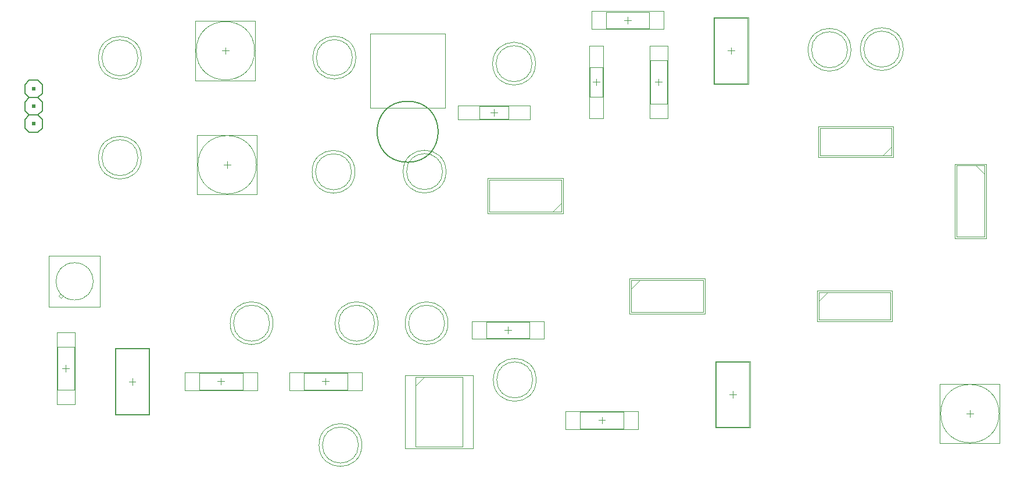
<source format=gm1>
G04*
G04 #@! TF.GenerationSoftware,Altium Limited,Altium Designer,21.2.2 (38)*
G04*
G04 Layer_Color=16711935*
%FSLAX25Y25*%
%MOIN*%
G70*
G04*
G04 #@! TF.SameCoordinates,821FD0D4-0334-4DB9-88A1-7179C856D29A*
G04*
G04*
G04 #@! TF.FilePolarity,Positive*
G04*
G01*
G75*
%ADD10C,0.00787*%
%ADD12C,0.00394*%
%ADD16C,0.00600*%
%ADD17C,0.00197*%
G36*
X217000Y405500D02*
X219000D01*
Y403500D01*
X217000D01*
Y405500D01*
D02*
G37*
G36*
Y415500D02*
X219000D01*
Y413500D01*
X217000D01*
Y415500D01*
D02*
G37*
G36*
Y425500D02*
X219000D01*
Y423500D01*
X217000D01*
Y425500D01*
D02*
G37*
D10*
X432500Y382453D02*
G03*
X432500Y417492I0J17520D01*
G01*
D02*
G03*
X432500Y382453I0J-17520D01*
G01*
D12*
X684835Y447063D02*
G03*
X684835Y447063I-10335J0D01*
G01*
X714835Y447437D02*
G03*
X714835Y447437I-10335J0D01*
G01*
X344732Y446500D02*
G03*
X344732Y446500I-16732J0D01*
G01*
X400335Y376937D02*
G03*
X400335Y376937I-10335J0D01*
G01*
X400835Y442563D02*
G03*
X400835Y442563I-10335J0D01*
G01*
X345732Y381000D02*
G03*
X345732Y381000I-16732J0D01*
G01*
X277835Y442437D02*
G03*
X277835Y442437I-10335J0D01*
G01*
Y385063D02*
G03*
X277835Y385063I-10335J0D01*
G01*
X241500Y324701D02*
G03*
X241500Y303299I0J-10701D01*
G01*
D02*
G03*
X241500Y324701I0J10701D01*
G01*
X353335Y289937D02*
G03*
X353335Y289937I-10335J0D01*
G01*
X453743D02*
G03*
X453743Y289937I-10335J0D01*
G01*
X452565Y377056D02*
G03*
X452565Y377056I-10335J0D01*
G01*
X504272Y257382D02*
G03*
X504272Y257382I-10335J0D01*
G01*
X771732Y238000D02*
G03*
X771732Y238000I-16732J0D01*
G01*
X413566Y289937D02*
G03*
X413566Y289937I-10335J0D01*
G01*
X404299Y219939D02*
G03*
X404299Y219939I-10335J0D01*
G01*
X503890Y439082D02*
G03*
X503890Y439082I-10335J0D01*
G01*
X515748Y353902D02*
X520748Y358902D01*
Y353902D02*
Y372406D01*
X479252D02*
X520748D01*
X479252Y353902D02*
Y372406D01*
Y353902D02*
X520748D01*
X628528Y230240D02*
Y267760D01*
X609512Y230240D02*
Y267760D01*
X628528D01*
X609512Y230240D02*
X628528D01*
X232445Y305732D02*
X233311Y306716D01*
X232445Y305732D02*
X233823Y304354D01*
X235201Y305732D01*
X265024Y275171D02*
X284040D01*
X265024Y237652D02*
X284040D01*
Y275171D01*
X265024Y237652D02*
Y275171D01*
X231776Y276402D02*
X241224D01*
Y251598D02*
Y276402D01*
X231776Y251598D02*
Y276402D01*
Y251598D02*
X241224D01*
X373098Y251776D02*
Y261224D01*
X397902D01*
X373098Y251776D02*
X397902D01*
Y261224D01*
X502402Y281276D02*
Y290724D01*
X477598Y281276D02*
X502402D01*
X477598Y290724D02*
X502402D01*
X477598Y281276D02*
Y290724D01*
X473634Y414642D02*
X490366D01*
X473634Y407358D02*
Y414642D01*
X490366Y407358D02*
Y414642D01*
X473634Y407358D02*
X490366D01*
X437069Y254075D02*
X442069Y259075D01*
X437069Y219075D02*
Y259075D01*
Y219075D02*
X464069D01*
Y259075D01*
X437069D02*
X464069D01*
X531488Y229435D02*
Y238884D01*
X556291D01*
X531488Y229435D02*
X556291D01*
Y238884D01*
X668508Y302807D02*
X673508Y307807D01*
X668508Y292020D02*
Y307807D01*
Y292020D02*
X709492D01*
Y307807D01*
X668508D02*
X709492D01*
X763307Y339508D02*
Y380492D01*
X747520Y339508D02*
X763307D01*
X747520D02*
Y380492D01*
X763307D01*
X758307D02*
X763307Y375492D01*
X560791Y309697D02*
X565791Y314697D01*
X560791Y296390D02*
Y314697D01*
Y296390D02*
X602209D01*
Y314697D01*
X560791D02*
X602209D01*
X313098Y251776D02*
Y261224D01*
X337902D01*
X313098Y251776D02*
X337902D01*
Y261224D01*
X571776Y416098D02*
X581224D01*
X571776D02*
Y440902D01*
X581224Y416098D02*
Y440902D01*
X571776D02*
X581224D01*
X571064Y459333D02*
Y468782D01*
X546260Y459333D02*
X571064D01*
X546260Y468782D02*
X571064D01*
X546260Y459333D02*
Y468782D01*
X537169Y420134D02*
Y436866D01*
Y420134D02*
X544452D01*
X537169Y436866D02*
X544452D01*
Y420134D02*
Y436866D01*
X608512Y427740D02*
X627528D01*
X608512Y465260D02*
X627528D01*
X608512Y427740D02*
Y465260D01*
X627528Y427740D02*
Y465260D01*
X704992Y386193D02*
X709992Y391193D01*
Y386193D02*
Y401980D01*
X669008D02*
X709992D01*
X669008Y386193D02*
Y401980D01*
Y386193D02*
X709992D01*
X619000Y247031D02*
Y250969D01*
X617031Y249000D02*
X620968D01*
X326031Y446500D02*
X329969D01*
X328000Y444531D02*
Y448468D01*
X329000Y379031D02*
Y382968D01*
X327031Y381000D02*
X330968D01*
X226862Y299362D02*
X256138D01*
X226862D02*
Y328638D01*
X256138D01*
Y299362D02*
Y328638D01*
X272583Y256412D02*
X276520D01*
X274551Y254443D02*
Y258380D01*
X236500Y262032D02*
Y265968D01*
X234531Y264000D02*
X238469D01*
X383531Y256500D02*
X387469D01*
X385500Y254532D02*
Y258469D01*
X488031Y286000D02*
X491968D01*
X490000Y284032D02*
Y287968D01*
X482000Y409031D02*
Y412968D01*
X480031Y411000D02*
X483968D01*
X541921Y234159D02*
X545857D01*
X543889Y232191D02*
Y236128D01*
X753031Y238000D02*
X756968D01*
X755000Y236032D02*
Y239968D01*
X323532Y256500D02*
X327468D01*
X325500Y254532D02*
Y258469D01*
X576500Y426532D02*
Y430469D01*
X574532Y428500D02*
X578469D01*
X556694Y464058D02*
X560631D01*
X558662Y462089D02*
Y466026D01*
X538842Y428500D02*
X542779D01*
X540811Y426532D02*
Y430469D01*
X616032Y446500D02*
X619969D01*
X618000Y444531D02*
Y448468D01*
X453957Y413555D02*
Y456468D01*
X411043D02*
X453957D01*
X411043Y413555D02*
Y456468D01*
Y413555D02*
X453957D01*
D16*
X223000Y422000D02*
Y427000D01*
X220500Y419500D02*
X223000Y422000D01*
X215500Y419500D02*
X220500D01*
X213000Y422000D02*
X215500Y419500D01*
X220500D02*
X223000Y417000D01*
Y412000D02*
Y417000D01*
X220500Y409500D02*
X223000Y412000D01*
X215500Y409500D02*
X220500D01*
X213000Y412000D02*
X215500Y409500D01*
X213000Y412000D02*
Y417000D01*
X215500Y419500D01*
Y429500D02*
X220500D01*
X223000Y427000D01*
X213000D02*
X215500Y429500D01*
X213000Y422000D02*
Y427000D01*
X220500Y409500D02*
X223000Y407000D01*
Y402000D02*
Y407000D01*
X220500Y399500D02*
X223000Y402000D01*
X215500Y399500D02*
X220500D01*
X213000Y402000D02*
X215500Y399500D01*
X213000Y402000D02*
Y407000D01*
X215500Y409500D01*
D17*
X686803Y447063D02*
G03*
X686803Y447063I-12303J0D01*
G01*
X716803Y447437D02*
G03*
X716803Y447437I-12303J0D01*
G01*
X402303Y376937D02*
G03*
X402303Y376937I-12303J0D01*
G01*
X402803Y442563D02*
G03*
X402803Y442563I-12303J0D01*
G01*
X279803Y442437D02*
G03*
X279803Y442437I-12303J0D01*
G01*
Y385063D02*
G03*
X279803Y385063I-12303J0D01*
G01*
X355303Y289937D02*
G03*
X355303Y289937I-12303J0D01*
G01*
X455711D02*
G03*
X455711Y289937I-12303J0D01*
G01*
X454533Y377056D02*
G03*
X454533Y377056I-12303J0D01*
G01*
X506240Y257382D02*
G03*
X506240Y257382I-12303J0D01*
G01*
X415535Y289937D02*
G03*
X415535Y289937I-12303J0D01*
G01*
X406268Y219939D02*
G03*
X406268Y219939I-12303J0D01*
G01*
X505858Y439082D02*
G03*
X505858Y439082I-12303J0D01*
G01*
X521732Y352917D02*
Y373390D01*
X478268D02*
X521732D01*
X478268Y352917D02*
Y373390D01*
Y352917D02*
X521732D01*
X628921Y229847D02*
Y268154D01*
X609118Y229847D02*
X628921D01*
X609118D02*
Y268154D01*
X628921D01*
X310874Y463626D02*
X345126D01*
X310874Y429374D02*
Y463626D01*
Y429374D02*
X345126D01*
Y463626D01*
X346126Y363874D02*
Y398126D01*
X311874Y363874D02*
X346126D01*
X311874D02*
Y398126D01*
X346126D01*
X264630Y237258D02*
X284433D01*
Y275565D01*
X264630D02*
X284433D01*
X264630Y237258D02*
Y275565D01*
X231382Y243232D02*
X241618D01*
Y284768D01*
X231382Y243232D02*
Y284768D01*
X241618D01*
X406268Y251382D02*
Y261618D01*
X364732D02*
X406268D01*
X364732Y251382D02*
X406268D01*
X364732D02*
Y261618D01*
X469232Y280882D02*
Y291118D01*
Y280882D02*
X510768D01*
X469232Y291118D02*
X510768D01*
Y280882D02*
Y291118D01*
X461232Y406965D02*
X502768D01*
X461232D02*
Y415035D01*
X502768Y406965D02*
Y415035D01*
X461232D02*
X502768D01*
X431105Y218091D02*
Y260059D01*
Y218091D02*
X470034D01*
Y260059D01*
X431105D02*
X470034D01*
X564657Y229041D02*
Y239277D01*
X523121D02*
X564657D01*
X523121Y229041D02*
X564657D01*
X523121D02*
Y239277D01*
X667524Y291035D02*
Y308791D01*
Y291035D02*
X710476D01*
Y308791D01*
X667524D02*
X710476D01*
X764291Y338524D02*
Y381476D01*
X746535Y338524D02*
X764291D01*
X746535D02*
Y381476D01*
X764291D01*
X737874Y255126D02*
X772126D01*
Y220874D02*
Y255126D01*
X737874Y220874D02*
X772126D01*
X737874D02*
Y255126D01*
X559807Y295406D02*
Y315681D01*
Y295406D02*
X603193D01*
Y315681D01*
X559807D02*
X603193D01*
X346268Y251382D02*
Y261618D01*
X304732D02*
X346268D01*
X304732Y251382D02*
X346268D01*
X304732D02*
Y261618D01*
X571382Y449268D02*
X581618D01*
X571382Y407732D02*
Y449268D01*
X581618Y407732D02*
Y449268D01*
X571382Y407732D02*
X581618D01*
X537894Y458940D02*
Y469176D01*
Y458940D02*
X579430D01*
X537894Y469176D02*
X579430D01*
Y458940D02*
Y469176D01*
X544846Y407732D02*
Y449268D01*
X536775Y407732D02*
X544846D01*
X536775Y449268D02*
X544846D01*
X536775Y407732D02*
Y449268D01*
X608118Y465654D02*
X627921D01*
X608118Y427347D02*
Y465654D01*
Y427347D02*
X627921D01*
Y465654D01*
X710976Y385209D02*
Y402965D01*
X668024D02*
X710976D01*
X668024Y385209D02*
Y402965D01*
Y385209D02*
X710976D01*
M02*

</source>
